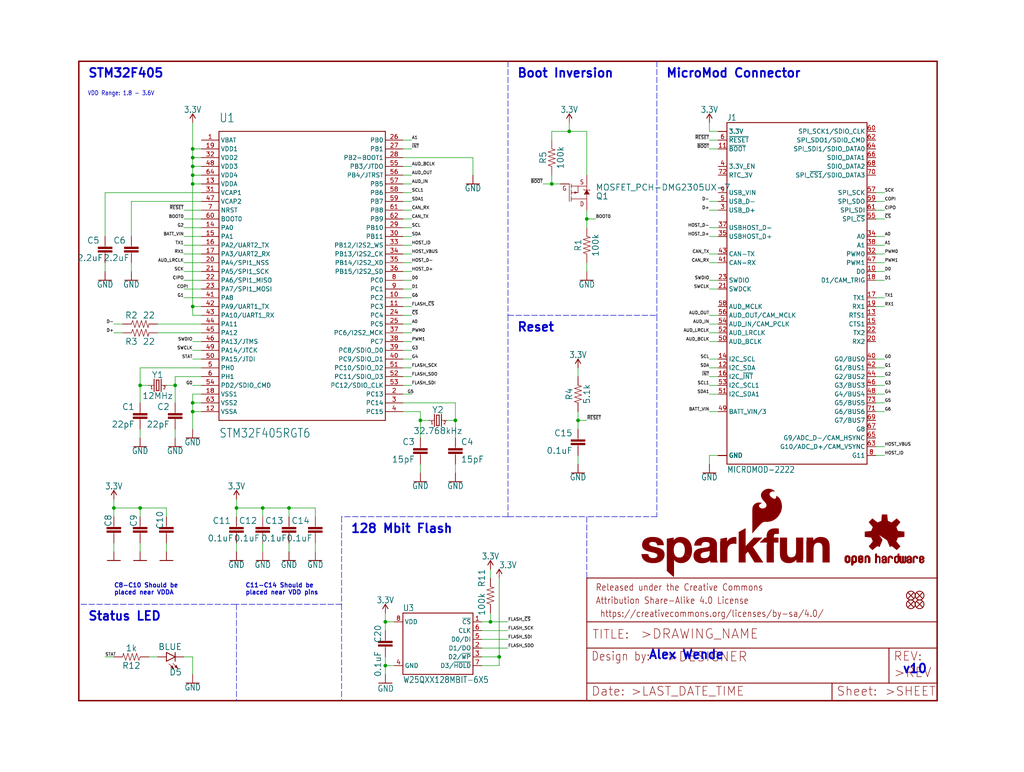
<source format=kicad_sch>
(kicad_sch (version 20211123) (generator eeschema)
  (paper "User" 297.002 223.926)
  (lib_symbols
    (symbol "eagleSchem-eagle-import:0.1UF-0402T-10V-10%-X7R"
      (property "Reference" "C" (at 1.524 2.921 0))
      (property "Value" "0.1UF-0402T-10V-10%-X7R" (at 1.524 -2.159 0))
      (symbol "0.1UF-0402T-10V-10%-X7R_1_0"
        (pin passive line (at 0 5.08 270) (length 2.54) (name "1") (number "1"))
        (pin passive line (at 0 -2.54 90) (length 2.54) (name "2") (number "2"))
      )
    )
    (symbol "eagleSchem-eagle-import:1.0UF-0402T-16V-10%"
      (property "Reference" "C" (at 1.524 2.921 0))
      (property "Value" "1.0UF-0402T-16V-10%" (at 1.524 -2.159 0))
      (symbol "1.0UF-0402T-16V-10%_1_0"
        (pin passive line (at 0 5.08 270) (length 2.54) (name "1") (number "1"))
        (pin passive line (at 0 -2.54 90) (length 2.54) (name "2") (number "2"))
      )
    )
    (symbol "eagleSchem-eagle-import:100KOHM-0402T-1{slash}16W-1%"
      (property "Reference" "R" (at 0 1.524 0))
      (property "Value" "100KOHM-0402T-1{slash}16W-1%" (at 0 -1.524 0))
      (symbol "100KOHM-0402T-1{slash}16W-1%_1_0"
        (pin passive line (at -5.08 0 0) (length 2.54) (name "1") (number "1"))
        (pin passive line (at 5.08 0 180) (length 2.54) (name "2") (number "2"))
      )
    )
    (symbol "eagleSchem-eagle-import:15PF-0402T-50V-5%"
      (property "Reference" "C" (at 1.524 2.921 0))
      (property "Value" "15PF-0402T-50V-5%" (at 1.524 -2.159 0))
      (symbol "15PF-0402T-50V-5%_1_0"
        (pin passive line (at 0 5.08 270) (length 2.54) (name "1") (number "1"))
        (pin passive line (at 0 -2.54 90) (length 2.54) (name "2") (number "2"))
      )
    )
    (symbol "eagleSchem-eagle-import:1KOHM-0402T-1{slash}16W-1%"
      (property "Reference" "R" (at 0 1.524 0))
      (property "Value" "1KOHM-0402T-1{slash}16W-1%" (at 0 -1.524 0))
      (symbol "1KOHM-0402T-1{slash}16W-1%_1_0"
        (pin passive line (at -5.08 0 0) (length 2.54) (name "1") (number "1"))
        (pin passive line (at 5.08 0 180) (length 2.54) (name "2") (number "2"))
      )
    )
    (symbol "eagleSchem-eagle-import:2.2UF-0402_TIGHT-10V-10%-X5R"
      (property "Reference" "C" (at 1.524 2.921 0))
      (property "Value" "2.2UF-0402_TIGHT-10V-10%-X5R" (at 1.524 -2.159 0))
      (symbol "2.2UF-0402_TIGHT-10V-10%-X5R_1_0"
        (pin passive line (at 0 5.08 270) (length 2.54) (name "1") (number "1"))
        (pin passive line (at 0 -2.54 90) (length 2.54) (name "2") (number "2"))
      )
    )
    (symbol "eagleSchem-eagle-import:22OHM-0402T-1{slash}16W-1%"
      (property "Reference" "R" (at 0 1.524 0))
      (property "Value" "22OHM-0402T-1{slash}16W-1%" (at 0 -1.524 0))
      (symbol "22OHM-0402T-1{slash}16W-1%_1_0"
        (pin passive line (at -5.08 0 0) (length 2.54) (name "1") (number "1"))
        (pin passive line (at 5.08 0 180) (length 2.54) (name "2") (number "2"))
      )
    )
    (symbol "eagleSchem-eagle-import:22PF-0402T-16V-10%"
      (property "Reference" "C" (at 1.524 2.921 0))
      (property "Value" "22PF-0402T-16V-10%" (at 1.524 -2.159 0))
      (symbol "22PF-0402T-16V-10%_1_0"
        (pin passive line (at 0 5.08 270) (length 2.54) (name "1") (number "1"))
        (pin passive line (at 0 -2.54 90) (length 2.54) (name "2") (number "2"))
      )
    )
    (symbol "eagleSchem-eagle-import:3.3V" (power)
      (property "Value" "3.3V" (at 0 2.794 0))
      (symbol "3.3V_1_0"
        (pin power_in line (at 0 0 90) (length 2.54) (name "3.3V") (number "1"))
      )
    )
    (symbol "eagleSchem-eagle-import:4.7UF-0402_TIGHT-6.3V-20%-X5R"
      (property "Reference" "C" (at 1.524 2.921 0))
      (property "Value" "4.7UF-0402_TIGHT-6.3V-20%-X5R" (at 1.524 -2.159 0))
      (symbol "4.7UF-0402_TIGHT-6.3V-20%-X5R_1_0"
        (pin passive line (at 0 5.08 270) (length 2.54) (name "1") (number "1"))
        (pin passive line (at 0 -2.54 90) (length 2.54) (name "2") (number "2"))
      )
    )
    (symbol "eagleSchem-eagle-import:5.1KOHM-0402T-1{slash}16W-1%"
      (property "Reference" "R" (at 0 1.524 0))
      (property "Value" "5.1KOHM-0402T-1{slash}16W-1%" (at 0 -1.524 0))
      (symbol "5.1KOHM-0402T-1{slash}16W-1%_1_0"
        (pin passive line (at -5.08 0 0) (length 2.54) (name "1") (number "1"))
        (pin passive line (at 5.08 0 180) (length 2.54) (name "2") (number "2"))
      )
    )
    (symbol "eagleSchem-eagle-import:CRYSTAL-12MHZ{dblquote}"
      (property "Reference" "Y" (at 0 2.032 0))
      (property "Value" "CRYSTAL-12MHZ{dblquote}" (at 0 -2.032 0))
      (symbol "CRYSTAL-12MHZ{dblquote}_1_0"
        (text "1" (at -2.159 -1.143 0) (effects (font (size 0.8636 0.734)) (justify left bottom)))
        (text "2" (at 1.524 -1.143 0) (effects (font (size 0.8636 0.734)) (justify left bottom)))
        (pin passive line (at -2.54 0 0) (length 0) (name "1") (number "1"))
        (pin passive line (at 2.54 0 180) (length 0) (name "2") (number "3"))
      )
    )
    (symbol "eagleSchem-eagle-import:CRYSTAL-32.768KHZSMD-3.2X1.5"
      (property "Reference" "Y" (at 0 2.032 0))
      (property "Value" "CRYSTAL-32.768KHZSMD-3.2X1.5" (at 0 -2.032 0))
      (symbol "CRYSTAL-32.768KHZSMD-3.2X1.5_1_0"
        (text "1" (at -2.159 -1.143 0) (effects (font (size 0.8636 0.734)) (justify left bottom)))
        (text "2" (at 1.524 -1.143 0) (effects (font (size 0.8636 0.734)) (justify left bottom)))
        (pin passive line (at -2.54 0 0) (length 0) (name "1") (number "P$1"))
        (pin passive line (at 2.54 0 180) (length 0) (name "2") (number "P$2"))
      )
    )
    (symbol "eagleSchem-eagle-import:FIDUCIALUFIDUCIAL")
    (symbol "eagleSchem-eagle-import:FRAME-LETTER"
      (symbol "FRAME-LETTER_2_0"
        (text " https://creativecommons.org/licenses/by-sa/4.0/" (at 2.54 24.13 0) (effects (font (size 1.9304 1.6408)) (justify left bottom)))
        (text ">DESIGNER" (at 23.114 11.176 0) (effects (font (size 2.7432 2.7432)) (justify left bottom)))
        (text ">DRAWING_NAME" (at 15.494 17.78 0) (effects (font (size 2.7432 2.7432)) (justify left bottom)))
        (text ">LAST_DATE_TIME" (at 12.7 1.27 0) (effects (font (size 2.54 2.54)) (justify left bottom)))
        (text ">REV" (at 88.9 6.604 0) (effects (font (size 2.7432 2.7432)) (justify left bottom)))
        (text ">SHEET" (at 86.36 1.27 0) (effects (font (size 2.54 2.54)) (justify left bottom)))
        (text "Attribution Share-Alike 4.0 License" (at 2.54 27.94 0) (effects (font (size 1.9304 1.6408)) (justify left bottom)))
        (text "Date:" (at 1.27 1.27 0) (effects (font (size 2.54 2.54)) (justify left bottom)))
        (text "Design by:" (at 1.27 11.43 0) (effects (font (size 2.54 2.159)) (justify left bottom)))
        (text "Released under the Creative Commons" (at 2.54 31.75 0) (effects (font (size 1.9304 1.6408)) (justify left bottom)))
        (text "REV:" (at 88.9 11.43 0) (effects (font (size 2.54 2.54)) (justify left bottom)))
        (text "Sheet:" (at 72.39 1.27 0) (effects (font (size 2.54 2.54)) (justify left bottom)))
        (text "TITLE:" (at 1.524 17.78 0) (effects (font (size 2.54 2.54)) (justify left bottom)))
      )
    )
    (symbol "eagleSchem-eagle-import:GND" (power)
      (property "Value" "GND" (at 0 -0.254 0))
      (symbol "GND_1_0"
        (pin power_in line (at 0 2.54 270) (length 2.54) (name "GND") (number "1"))
      )
    )
    (symbol "eagleSchem-eagle-import:LED-BLUE0603"
      (property "Reference" "D" (at -3.429 -4.572 90))
      (property "Value" "LED-BLUE0603" (at 1.905 -4.572 90))
      (symbol "LED-BLUE0603_1_0"
        (pin passive line (at 0 2.54 270) (length 2.54) (name "A") (number "A"))
        (pin passive line (at 0 -5.08 90) (length 2.54) (name "C") (number "C"))
      )
    )
    (symbol "eagleSchem-eagle-import:MICROMOD-2222"
      (property "Reference" "J" (at -20.32 53.848 0))
      (property "Value" "MICROMOD-2222" (at -20.32 -48.26 0))
      (symbol "MICROMOD-2222_1_0"
        (pin bidirectional line (at -22.86 -43.18 0) (length 2.54) (name "GND") (number "1"))
        (pin bidirectional line (at 22.86 10.16 180) (length 2.54) (name "D0") (number "10"))
        (pin bidirectional line (at -22.86 45.72 0) (length 2.54) (name "~{BOOT}") (number "11"))
        (pin bidirectional line (at -22.86 -17.78 0) (length 2.54) (name "I2C_SDA") (number "12"))
        (pin bidirectional line (at 22.86 -2.54 180) (length 2.54) (name "RTS1") (number "13"))
        (pin bidirectional line (at -22.86 -15.24 0) (length 2.54) (name "I2C_SCL") (number "14"))
        (pin bidirectional line (at 22.86 -5.08 180) (length 2.54) (name "CTS1") (number "15"))
        (pin bidirectional line (at -22.86 -20.32 0) (length 2.54) (name "I2C_~{INT}") (number "16"))
        (pin bidirectional line (at 22.86 2.54 180) (length 2.54) (name "TX1") (number "17"))
        (pin bidirectional line (at 22.86 7.62 180) (length 2.54) (name "D1/CAM_TRIG") (number "18"))
        (pin bidirectional line (at 22.86 0 180) (length 2.54) (name "RX1") (number "19"))
        (pin bidirectional line (at -22.86 50.8 0) (length 2.54) (name "3.3V") (number "2"))
        (pin bidirectional line (at 22.86 -10.16 180) (length 2.54) (name "RX2") (number "20"))
        (pin bidirectional line (at -22.86 5.08 0) (length 2.54) (name "SWDCK") (number "21"))
        (pin bidirectional line (at 22.86 -7.62 180) (length 2.54) (name "TX2") (number "22"))
        (pin bidirectional line (at -22.86 7.62 0) (length 2.54) (name "SWDIO") (number "23"))
        (pin bidirectional line (at -22.86 27.94 0) (length 2.54) (name "USB_D+") (number "3"))
        (pin bidirectional line (at 22.86 15.24 180) (length 2.54) (name "PWM0") (number "32"))
        (pin bidirectional line (at -22.86 -43.18 0) (length 2.54) (name "GND") (number "33"))
        (pin bidirectional line (at 22.86 20.32 180) (length 2.54) (name "A0") (number "34"))
        (pin bidirectional line (at -22.86 20.32 0) (length 2.54) (name "USBHOST_D+") (number "35"))
        (pin bidirectional line (at -22.86 -43.18 0) (length 2.54) (name "GND") (number "36"))
        (pin bidirectional line (at -22.86 22.86 0) (length 2.54) (name "USBHOST_D-") (number "37"))
        (pin bidirectional line (at 22.86 17.78 180) (length 2.54) (name "A1") (number "38"))
        (pin bidirectional line (at -22.86 -43.18 0) (length 2.54) (name "GND") (number "39"))
        (pin bidirectional line (at -22.86 40.64 0) (length 2.54) (name "3.3V_EN") (number "4"))
        (pin bidirectional line (at 22.86 -15.24 180) (length 2.54) (name "G0/BUS0") (number "40"))
        (pin bidirectional line (at -22.86 12.7 0) (length 2.54) (name "CAN-RX") (number "41"))
        (pin bidirectional line (at 22.86 -17.78 180) (length 2.54) (name "G1/BUS1") (number "42"))
        (pin bidirectional line (at -22.86 15.24 0) (length 2.54) (name "CAN-TX") (number "43"))
        (pin bidirectional line (at 22.86 -20.32 180) (length 2.54) (name "G2/BUS2") (number "44"))
        (pin bidirectional line (at -22.86 -43.18 0) (length 2.54) (name "GND") (number "45"))
        (pin bidirectional line (at 22.86 -22.86 180) (length 2.54) (name "G3/BUS3") (number "46"))
        (pin bidirectional line (at 22.86 12.7 180) (length 2.54) (name "PWM1") (number "47"))
        (pin bidirectional line (at 22.86 -25.4 180) (length 2.54) (name "G4/BUS4") (number "48"))
        (pin bidirectional line (at -22.86 -30.48 0) (length 2.54) (name "BATT_VIN/3") (number "49"))
        (pin bidirectional line (at -22.86 30.48 0) (length 2.54) (name "USB_D-") (number "5"))
        (pin bidirectional line (at -22.86 -10.16 0) (length 2.54) (name "AUD_BCLK") (number "50"))
        (pin bidirectional line (at -22.86 -25.4 0) (length 2.54) (name "I2C_SDA1") (number "51"))
        (pin bidirectional line (at -22.86 -7.62 0) (length 2.54) (name "AUD_LRCLK") (number "52"))
        (pin bidirectional line (at -22.86 -22.86 0) (length 2.54) (name "I2C_SCL1") (number "53"))
        (pin bidirectional line (at -22.86 -5.08 0) (length 2.54) (name "AUD_IN/CAM_PCLK") (number "54"))
        (pin bidirectional line (at 22.86 25.4 180) (length 2.54) (name "SPI_~{CS}") (number "55"))
        (pin bidirectional line (at -22.86 -2.54 0) (length 2.54) (name "AUD_OUT/CAM_MCLK") (number "56"))
        (pin bidirectional line (at 22.86 33.02 180) (length 2.54) (name "SPI_SCK") (number "57"))
        (pin bidirectional line (at -22.86 0 0) (length 2.54) (name "AUD_MCLK") (number "58"))
        (pin bidirectional line (at 22.86 30.48 180) (length 2.54) (name "SPI_SDO") (number "59"))
        (pin bidirectional line (at -22.86 48.26 0) (length 2.54) (name "~{RESET}") (number "6"))
        (pin bidirectional line (at 22.86 50.8 180) (length 2.54) (name "SPI_SCK1/SDIO_CLK") (number "60"))
        (pin bidirectional line (at 22.86 27.94 180) (length 2.54) (name "SPI_SDI") (number "61"))
        (pin bidirectional line (at 22.86 48.26 180) (length 2.54) (name "SPI_SDO1/SDIO_CMD") (number "62"))
        (pin bidirectional line (at 22.86 -40.64 180) (length 2.54) (name "G10/ADC_D+/CAM_VSYNC") (number "63"))
        (pin bidirectional line (at 22.86 45.72 180) (length 2.54) (name "SPI_SDI1/SDIO_DATA0") (number "64"))
        (pin bidirectional line (at 22.86 -38.1 180) (length 2.54) (name "G9/ADC_D-/CAM_HSYNC") (number "65"))
        (pin bidirectional line (at 22.86 43.18 180) (length 2.54) (name "SDIO_DATA1") (number "66"))
        (pin bidirectional line (at 22.86 -35.56 180) (length 2.54) (name "G8") (number "67"))
        (pin bidirectional line (at 22.86 40.64 180) (length 2.54) (name "SDIO_DATA2") (number "68"))
        (pin bidirectional line (at 22.86 -33.02 180) (length 2.54) (name "G7/BUS7") (number "69"))
        (pin bidirectional line (at -22.86 -43.18 0) (length 2.54) (name "GND") (number "7"))
        (pin bidirectional line (at 22.86 38.1 180) (length 2.54) (name "SPI_~{CS1}/SDIO_DATA3") (number "70"))
        (pin bidirectional line (at 22.86 -30.48 180) (length 2.54) (name "G6/BUS6") (number "71"))
        (pin bidirectional line (at -22.86 38.1 0) (length 2.54) (name "RTC_3V") (number "72"))
        (pin bidirectional line (at 22.86 -27.94 180) (length 2.54) (name "G5/BUS5") (number "73"))
        (pin bidirectional line (at -22.86 50.8 0) (length 2.54) (name "3.3V") (number "74"))
        (pin bidirectional line (at -22.86 -43.18 0) (length 2.54) (name "GND") (number "75"))
        (pin bidirectional line (at 22.86 -43.18 180) (length 2.54) (name "G11") (number "8"))
        (pin bidirectional line (at -22.86 33.02 0) (length 2.54) (name "USB_VIN") (number "9"))
        (pin bidirectional line (at -22.86 -43.18 0) (length 2.54) (name "GND") (number "GND1"))
        (pin bidirectional line (at -22.86 -43.18 0) (length 2.54) (name "GND") (number "GND2"))
        (pin bidirectional line (at -22.86 -43.18 0) (length 2.54) (name "GND") (number "GND3"))
      )
    )
    (symbol "eagleSchem-eagle-import:MOSFET_PCH-DMG2305UX-7"
      (property "Reference" "Q" (at 5.08 0 0))
      (property "Value" "MOSFET_PCH-DMG2305UX-7" (at 5.08 -2.54 0))
      (symbol "MOSFET_PCH-DMG2305UX-7_1_0"
        (text "D" (at 0.508 2.54 0) (effects (font (size 1.27 1.0795)) (justify left bottom)))
        (text "G" (at -3.302 -0.508 0) (effects (font (size 1.27 1.0795)) (justify right top)))
        (text "S" (at 0.508 -3.81 0) (effects (font (size 1.27 1.0795)) (justify left bottom)))
        (pin bidirectional line (at -5.08 -2.54 0) (length 2.54) (name "G") (number "1"))
        (pin bidirectional line (at 2.54 -5.08 90) (length 2.54) (name "S") (number "2"))
        (pin bidirectional line (at 2.54 5.08 270) (length 2.54) (name "D") (number "3"))
      )
    )
    (symbol "eagleSchem-eagle-import:OSHW-LOGOS")
    (symbol "eagleSchem-eagle-import:SFE_LOGO_NAME_FLAME.1_INCH")
    (symbol "eagleSchem-eagle-import:STM32F405RG"
      (property "Reference" "U" (at -22.86 40.64 0))
      (property "Value" "STM32F405RG" (at -22.86 -50.8 0))
      (symbol "STM32F405RG_1_0"
        (pin bidirectional line (at -27.94 35.56 0) (length 5.08) (name "VBAT") (number "1"))
        (pin bidirectional line (at 30.48 -10.16 180) (length 5.08) (name "PC2") (number "10"))
        (pin bidirectional line (at 30.48 -12.7 180) (length 5.08) (name "PC3") (number "11"))
        (pin bidirectional line (at -27.94 -43.18 0) (length 5.08) (name "VSSA") (number "12"))
        (pin bidirectional line (at -27.94 22.86 0) (length 5.08) (name "VDDA") (number "13"))
        (pin bidirectional line (at -27.94 10.16 0) (length 5.08) (name "PA0") (number "14"))
        (pin bidirectional line (at -27.94 7.62 0) (length 5.08) (name "PA1") (number "15"))
        (pin bidirectional line (at -27.94 5.08 0) (length 5.08) (name "PA2/UART2_TX") (number "16"))
        (pin bidirectional line (at -27.94 2.54 0) (length 5.08) (name "PA3/UART2_RX") (number "17"))
        (pin bidirectional line (at -27.94 -38.1 0) (length 5.08) (name "VSS1") (number "18"))
        (pin bidirectional line (at -27.94 33.02 0) (length 5.08) (name "VDD1") (number "19"))
        (pin bidirectional line (at 30.48 -38.1 180) (length 5.08) (name "PC13") (number "2"))
        (pin bidirectional line (at -27.94 0 0) (length 5.08) (name "PA4/SPI1_NSS") (number "20"))
        (pin bidirectional line (at -27.94 -2.54 0) (length 5.08) (name "PA5/SPI1_SCK") (number "21"))
        (pin bidirectional line (at -27.94 -5.08 0) (length 5.08) (name "PA6/SPI1_MISO") (number "22"))
        (pin bidirectional line (at -27.94 -7.62 0) (length 5.08) (name "PA7/SPI1_MOSI") (number "23"))
        (pin bidirectional line (at 30.48 -15.24 180) (length 5.08) (name "PC4") (number "24"))
        (pin bidirectional line (at 30.48 -17.78 180) (length 5.08) (name "PC5") (number "25"))
        (pin bidirectional line (at 30.48 35.56 180) (length 5.08) (name "PB0") (number "26"))
        (pin bidirectional line (at 30.48 33.02 180) (length 5.08) (name "PB1") (number "27"))
        (pin bidirectional line (at 30.48 30.48 180) (length 5.08) (name "PB2-BOOT1") (number "28"))
        (pin bidirectional line (at 30.48 10.16 180) (length 5.08) (name "PB10") (number "29"))
        (pin bidirectional line (at 30.48 -40.64 180) (length 5.08) (name "PC14") (number "3"))
        (pin bidirectional line (at 30.48 7.62 180) (length 5.08) (name "PB11") (number "30"))
        (pin bidirectional line (at -27.94 20.32 0) (length 5.08) (name "VCAP1") (number "31"))
        (pin bidirectional line (at -27.94 30.48 0) (length 5.08) (name "VDD2") (number "32"))
        (pin bidirectional line (at 30.48 5.08 180) (length 5.08) (name "PB12/I2S2_WS") (number "33"))
        (pin bidirectional line (at 30.48 2.54 180) (length 5.08) (name "PB13/I2S2_CK") (number "34"))
        (pin bidirectional line (at 30.48 0 180) (length 5.08) (name "PB14/I2S2_XD") (number "35"))
        (pin bidirectional line (at 30.48 -2.54 180) (length 5.08) (name "PB15/I2S2_SD") (number "36"))
        (pin bidirectional line (at 30.48 -20.32 180) (length 5.08) (name "PC6/I2S2_MCK") (number "37"))
        (pin bidirectional line (at 30.48 -22.86 180) (length 5.08) (name "PC7") (number "38"))
        (pin bidirectional line (at 30.48 -25.4 180) (length 5.08) (name "PC8/SDIO_D0") (number "39"))
        (pin bidirectional line (at 30.48 -43.18 180) (length 5.08) (name "PC15") (number "4"))
        (pin bidirectional line (at 30.48 -27.94 180) (length 5.08) (name "PC9/SDIO_D1") (number "40"))
        (pin bidirectional line (at -27.94 -10.16 0) (length 5.08) (name "PA8") (number "41"))
        (pin bidirectional line (at -27.94 -12.7 0) (length 5.08) (name "PA9/UART1_TX") (number "42"))
        (pin bidirectional line (at -27.94 -15.24 0) (length 5.08) (name "PA10/UART1_RX") (number "43"))
        (pin bidirectional line (at -27.94 -17.78 0) (length 5.08) (name "PA11") (number "44"))
        (pin bidirectional line (at -27.94 -20.32 0) (length 5.08) (name "PA12") (number "45"))
        (pin bidirectional line (at -27.94 -22.86 0) (length 5.08) (name "PA13/JTMS") (number "46"))
        (pin bidirectional line (at -27.94 17.78 0) (length 5.08) (name "VCAP2") (number "47"))
        (pin bidirectional line (at -27.94 27.94 0) (length 5.08) (name "VDD3") (number "48"))
        (pin bidirectional line (at -27.94 -25.4 0) (length 5.08) (name "PA14/JTCK") (number "49"))
        (pin bidirectional line (at -27.94 -30.48 0) (length 5.08) (name "PH0") (number "5"))
        (pin bidirectional line (at -27.94 -27.94 0) (length 5.08) (name "PA15/JTDI") (number "50"))
        (pin bidirectional line (at 30.48 -30.48 180) (length 5.08) (name "PC10/SDIO_D2") (number "51"))
        (pin bidirectional line (at 30.48 -33.02 180) (length 5.08) (name "PC11/SDIO_D3") (number "52"))
        (pin bidirectional line (at 30.48 -35.56 180) (length 5.08) (name "PC12/SDIO_CLK") (number "53"))
        (pin bidirectional line (at -27.94 -35.56 0) (length 5.08) (name "PD2/SDIO_CMD") (number "54"))
        (pin bidirectional line (at 30.48 27.94 180) (length 5.08) (name "PB3/JTDO") (number "55"))
        (pin bidirectional line (at 30.48 25.4 180) (length 5.08) (name "PB4/JTRST") (number "56"))
        (pin bidirectional line (at 30.48 22.86 180) (length 5.08) (name "PB5") (number "57"))
        (pin bidirectional line (at 30.48 20.32 180) (length 5.08) (name "PB6") (number "58"))
        (pin bidirectional line (at 30.48 17.78 180) (length 5.08) (name "PB7") (number "59"))
        (pin bidirectional line (at -27.94 -33.02 0) (length 5.08) (name "PH1") (number "6"))
        (pin bidirectional line (at -27.94 12.7 0) (length 5.08) (name "BOOT0") (number "60"))
        (pin bidirectional line (at 30.48 15.24 180) (length 5.08) (name "PB8") (number "61"))
        (pin bidirectional line (at 30.48 12.7 180) (length 5.08) (name "PB9") (number "62"))
        (pin bidirectional line (at -27.94 -40.64 0) (length 5.08) (name "VSS2") (number "63"))
        (pin bidirectional line (at -27.94 25.4 0) (length 5.08) (name "VDD4") (number "64"))
        (pin bidirectional line (at -27.94 15.24 0) (length 5.08) (name "NRST") (number "7"))
        (pin bidirectional line (at 30.48 -5.08 180) (length 5.08) (name "PC0") (number "8"))
        (pin bidirectional line (at 30.48 -7.62 180) (length 5.08) (name "PC1") (number "9"))
      )
    )
    (symbol "eagleSchem-eagle-import:W25QXX128MBIT-6X5"
      (property "Reference" "U" (at -10.16 8.128 0))
      (property "Value" "W25QXX128MBIT-6X5" (at -10.16 -12.7 0))
      (symbol "W25QXX128MBIT-6X5_1_0"
        (pin bidirectional line (at 12.7 5.08 180) (length 2.54) (name "~{CS}") (number "1"))
        (pin bidirectional line (at 12.7 -2.54 180) (length 2.54) (name "D1/DO") (number "2"))
        (pin bidirectional line (at 12.7 -5.08 180) (length 2.54) (name "D2/~{WP}") (number "3"))
        (pin bidirectional line (at -12.7 -7.62 0) (length 2.54) (name "GND") (number "4"))
        (pin bidirectional line (at 12.7 0 180) (length 2.54) (name "D0/DI") (number "5"))
        (pin bidirectional line (at 12.7 2.54 180) (length 2.54) (name "CLK") (number "6"))
        (pin bidirectional line (at 12.7 -7.62 180) (length 2.54) (name "D3/~{HOLD}") (number "7"))
        (pin bidirectional line (at -12.7 5.08 0) (length 2.54) (name "VDD") (number "8"))
      )
    )
  )
  (junction (at 55.88 53.34))
  (junction (at 121.92 121.92))
  (junction (at 33.02 147.32))
  (junction (at 111.76 193.04))
  (junction (at 55.88 88.9))
  (junction (at 170.18 63.5))
  (junction (at 76.2 147.32))
  (junction (at 144.78 190.5))
  (junction (at 55.88 48.26))
  (junction (at 160.02 53.34))
  (junction (at 55.88 43.18))
  (junction (at 132.08 121.92))
  (junction (at 55.88 50.8))
  (junction (at 40.64 111.76))
  (junction (at 165.1 38.1))
  (junction (at 167.64 121.92))
  (junction (at 40.64 147.32))
  (junction (at 55.88 119.38))
  (junction (at 68.58 147.32))
  (junction (at 55.88 45.72))
  (junction (at 142.24 180.34))
  (junction (at 83.82 147.32))
  (junction (at 111.76 180.34))
  (junction (at 50.8 111.76))
  (junction (at 55.88 116.84))
  (wire (pts (xy 58.42 101.6) (xy 55.88 101.6)))
  (wire (pts (xy 116.84 114.3) (xy 119.38 114.3)))
  (wire (pts (xy 68.58 157.48) (xy 68.58 160.02)))
  (wire (pts (xy 116.84 73.66) (xy 119.38 73.66)))
  (wire (pts (xy 58.42 81.28) (xy 53.34 81.28)))
  (wire (pts (xy 208.28 66.04) (xy 205.74 66.04)))
  (wire (pts (xy 116.84 111.76) (xy 119.38 111.76)))
  (wire (pts (xy 48.26 149.86) (xy 48.26 147.32)))
  (wire (pts (xy 137.16 45.72) (xy 137.16 50.8)))
  (wire (pts (xy 55.88 116.84) (xy 55.88 119.38)))
  (wire (pts (xy 55.88 91.44) (xy 55.88 88.9)))
  (wire (pts (xy 58.42 68.58) (xy 53.34 68.58)))
  (wire (pts (xy 116.84 40.64) (xy 119.38 40.64)))
  (wire (pts (xy 116.84 91.44) (xy 119.38 91.44)))
  (polyline (pts (xy 99.06 149.86) (xy 99.06 175.26)))
  (wire (pts (xy 142.24 180.34) (xy 147.32 180.34)))
  (wire (pts (xy 58.42 99.06) (xy 55.88 99.06)))
  (wire (pts (xy 167.64 124.46) (xy 167.64 121.92)))
  (wire (pts (xy 167.64 109.22) (xy 167.64 106.68)))
  (polyline (pts (xy 190.5 91.44) (xy 190.5 149.86)))
  (wire (pts (xy 254 68.58) (xy 256.54 68.58)))
  (wire (pts (xy 208.28 38.1) (xy 205.74 38.1)))
  (wire (pts (xy 116.84 45.72) (xy 137.16 45.72)))
  (polyline (pts (xy 99.06 175.26) (xy 99.06 203.2)))
  (wire (pts (xy 58.42 45.72) (xy 55.88 45.72)))
  (wire (pts (xy 111.76 195.58) (xy 111.76 193.04)))
  (wire (pts (xy 139.7 193.04) (xy 144.78 193.04)))
  (wire (pts (xy 116.84 88.9) (xy 119.38 88.9)))
  (wire (pts (xy 58.42 78.74) (xy 53.34 78.74)))
  (wire (pts (xy 116.84 109.22) (xy 119.38 109.22)))
  (wire (pts (xy 91.44 149.86) (xy 91.44 147.32)))
  (wire (pts (xy 116.84 76.2) (xy 119.38 76.2)))
  (wire (pts (xy 58.42 96.52) (xy 45.72 96.52)))
  (wire (pts (xy 208.28 91.44) (xy 205.74 91.44)))
  (wire (pts (xy 58.42 66.04) (xy 53.34 66.04)))
  (wire (pts (xy 139.7 180.34) (xy 142.24 180.34)))
  (wire (pts (xy 208.28 119.38) (xy 205.74 119.38)))
  (wire (pts (xy 160.02 53.34) (xy 157.48 53.34)))
  (wire (pts (xy 114.3 193.04) (xy 111.76 193.04)))
  (wire (pts (xy 116.84 104.14) (xy 119.38 104.14)))
  (wire (pts (xy 254 106.68) (xy 256.54 106.68)))
  (wire (pts (xy 58.42 76.2) (xy 53.34 76.2)))
  (wire (pts (xy 116.84 66.04) (xy 119.38 66.04)))
  (wire (pts (xy 76.2 149.86) (xy 76.2 147.32)))
  (wire (pts (xy 254 116.84) (xy 256.54 116.84)))
  (wire (pts (xy 55.88 190.5) (xy 55.88 195.58)))
  (wire (pts (xy 83.82 157.48) (xy 83.82 160.02)))
  (wire (pts (xy 167.64 121.92) (xy 167.64 119.38)))
  (wire (pts (xy 170.18 50.8) (xy 170.18 38.1)))
  (wire (pts (xy 55.88 53.34) (xy 55.88 50.8)))
  (wire (pts (xy 40.64 149.86) (xy 40.64 147.32)))
  (wire (pts (xy 170.18 38.1) (xy 165.1 38.1)))
  (wire (pts (xy 35.56 96.52) (xy 33.02 96.52)))
  (wire (pts (xy 254 71.12) (xy 256.54 71.12)))
  (wire (pts (xy 43.18 111.76) (xy 40.64 111.76)))
  (wire (pts (xy 30.48 55.88) (xy 58.42 55.88)))
  (wire (pts (xy 254 114.3) (xy 256.54 114.3)))
  (wire (pts (xy 48.26 147.32) (xy 40.64 147.32)))
  (wire (pts (xy 116.84 60.96) (xy 119.38 60.96)))
  (polyline (pts (xy 99.06 175.26) (xy 68.58 175.26)))
  (polyline (pts (xy 190.5 17.78) (xy 190.5 91.44)))
  (wire (pts (xy 116.84 86.36) (xy 119.38 86.36)))
  (wire (pts (xy 58.42 43.18) (xy 55.88 43.18)))
  (wire (pts (xy 208.28 132.08) (xy 205.74 132.08)))
  (wire (pts (xy 116.84 81.28) (xy 119.38 81.28)))
  (wire (pts (xy 116.84 78.74) (xy 119.38 78.74)))
  (wire (pts (xy 254 76.2) (xy 256.54 76.2)))
  (wire (pts (xy 254 88.9) (xy 256.54 88.9)))
  (wire (pts (xy 58.42 50.8) (xy 55.88 50.8)))
  (wire (pts (xy 40.64 106.68) (xy 40.64 111.76)))
  (wire (pts (xy 170.18 63.5) (xy 172.72 63.5)))
  (wire (pts (xy 254 78.74) (xy 256.54 78.74)))
  (wire (pts (xy 83.82 149.86) (xy 83.82 147.32)))
  (wire (pts (xy 208.28 43.18) (xy 205.74 43.18)))
  (wire (pts (xy 254 119.38) (xy 256.54 119.38)))
  (wire (pts (xy 68.58 144.78) (xy 68.58 147.32)))
  (wire (pts (xy 50.8 111.76) (xy 50.8 116.84)))
  (wire (pts (xy 33.02 147.32) (xy 33.02 144.78)))
  (wire (pts (xy 116.84 101.6) (xy 119.38 101.6)))
  (wire (pts (xy 208.28 99.06) (xy 205.74 99.06)))
  (wire (pts (xy 111.76 177.8) (xy 111.76 180.34)))
  (wire (pts (xy 58.42 93.98) (xy 45.72 93.98)))
  (wire (pts (xy 58.42 109.22) (xy 50.8 109.22)))
  (wire (pts (xy 58.42 116.84) (xy 55.88 116.84)))
  (wire (pts (xy 76.2 147.32) (xy 83.82 147.32)))
  (wire (pts (xy 167.64 132.08) (xy 167.64 134.62)))
  (wire (pts (xy 254 129.54) (xy 256.54 129.54)))
  (wire (pts (xy 53.34 190.5) (xy 55.88 190.5)))
  (wire (pts (xy 83.82 147.32) (xy 91.44 147.32)))
  (wire (pts (xy 208.28 114.3) (xy 205.74 114.3)))
  (wire (pts (xy 58.42 73.66) (xy 53.34 73.66)))
  (wire (pts (xy 55.88 48.26) (xy 55.88 45.72)))
  (wire (pts (xy 55.88 104.14) (xy 58.42 104.14)))
  (wire (pts (xy 45.72 190.5) (xy 43.18 190.5)))
  (wire (pts (xy 208.28 104.14) (xy 205.74 104.14)))
  (wire (pts (xy 58.42 91.44) (xy 55.88 91.44)))
  (wire (pts (xy 116.84 106.68) (xy 119.38 106.68)))
  (wire (pts (xy 58.42 53.34) (xy 55.88 53.34)))
  (wire (pts (xy 111.76 193.04) (xy 111.76 190.5)))
  (wire (pts (xy 254 86.36) (xy 256.54 86.36)))
  (wire (pts (xy 160.02 53.34) (xy 162.56 53.34)))
  (wire (pts (xy 116.84 83.82) (xy 119.38 83.82)))
  (polyline (pts (xy 68.58 175.26) (xy 22.86 175.26)))
  (wire (pts (xy 58.42 60.96) (xy 53.34 60.96)))
  (wire (pts (xy 55.88 119.38) (xy 55.88 124.46)))
  (wire (pts (xy 132.08 116.84) (xy 132.08 121.92)))
  (wire (pts (xy 30.48 76.2) (xy 30.48 78.74)))
  (wire (pts (xy 139.7 182.88) (xy 147.32 182.88)))
  (wire (pts (xy 116.84 96.52) (xy 119.38 96.52)))
  (wire (pts (xy 58.42 88.9) (xy 55.88 88.9)))
  (wire (pts (xy 38.1 58.42) (xy 58.42 58.42)))
  (wire (pts (xy 38.1 68.58) (xy 38.1 58.42)))
  (wire (pts (xy 68.58 147.32) (xy 76.2 147.32)))
  (wire (pts (xy 129.54 121.92) (xy 132.08 121.92)))
  (polyline (pts (xy 68.58 175.26) (xy 68.58 203.2)))
  (wire (pts (xy 55.88 88.9) (xy 55.88 53.34)))
  (wire (pts (xy 167.64 121.92) (xy 170.18 121.92)))
  (wire (pts (xy 144.78 190.5) (xy 144.78 167.64)))
  (wire (pts (xy 55.88 50.8) (xy 55.88 48.26)))
  (wire (pts (xy 33.02 157.48) (xy 33.02 160.02)))
  (wire (pts (xy 208.28 111.76) (xy 205.74 111.76)))
  (wire (pts (xy 40.64 157.48) (xy 40.64 160.02)))
  (wire (pts (xy 132.08 121.92) (xy 132.08 127)))
  (wire (pts (xy 142.24 167.64) (xy 142.24 165.1)))
  (wire (pts (xy 205.74 38.1) (xy 205.74 35.56)))
  (wire (pts (xy 30.48 68.58) (xy 30.48 55.88)))
  (wire (pts (xy 111.76 182.88) (xy 111.76 180.34)))
  (wire (pts (xy 116.84 48.26) (xy 119.38 48.26)))
  (wire (pts (xy 208.28 73.66) (xy 205.74 73.66)))
  (wire (pts (xy 254 111.76) (xy 256.54 111.76)))
  (wire (pts (xy 121.92 134.62) (xy 121.92 137.16)))
  (wire (pts (xy 116.84 55.88) (xy 119.38 55.88)))
  (wire (pts (xy 40.64 111.76) (xy 40.64 116.84)))
  (wire (pts (xy 116.84 71.12) (xy 119.38 71.12)))
  (wire (pts (xy 121.92 121.92) (xy 121.92 127)))
  (wire (pts (xy 116.84 53.34) (xy 119.38 53.34)))
  (wire (pts (xy 55.88 43.18) (xy 55.88 35.56)))
  (wire (pts (xy 208.28 68.58) (xy 205.74 68.58)))
  (wire (pts (xy 208.28 93.98) (xy 205.74 93.98)))
  (wire (pts (xy 50.8 109.22) (xy 50.8 111.76)))
  (wire (pts (xy 50.8 124.46) (xy 50.8 127)))
  (wire (pts (xy 58.42 106.68) (xy 40.64 106.68)))
  (wire (pts (xy 33.02 149.86) (xy 33.02 147.32)))
  (wire (pts (xy 132.08 134.62) (xy 132.08 137.16)))
  (wire (pts (xy 58.42 119.38) (xy 55.88 119.38)))
  (polyline (pts (xy 147.32 149.86) (xy 99.06 149.86)))
  (wire (pts (xy 160.02 50.8) (xy 160.02 53.34)))
  (polyline (pts (xy 147.32 91.44) (xy 190.5 91.44)))
  (wire (pts (xy 116.84 58.42) (xy 119.38 58.42)))
  (polyline (pts (xy 170.18 149.86) (xy 170.18 167.64)))
  (wire (pts (xy 48.26 111.76) (xy 50.8 111.76)))
  (wire (pts (xy 116.84 99.06) (xy 119.38 99.06)))
  (wire (pts (xy 116.84 116.84) (xy 132.08 116.84)))
  (wire (pts (xy 33.02 190.5) (xy 30.48 190.5)))
  (wire (pts (xy 208.28 83.82) (xy 205.74 83.82)))
  (wire (pts (xy 170.18 60.96) (xy 170.18 63.5)))
  (wire (pts (xy 208.28 106.68) (xy 205.74 106.68)))
  (wire (pts (xy 68.58 149.86) (xy 68.58 147.32)))
  (wire (pts (xy 170.18 76.2) (xy 170.18 78.74)))
  (wire (pts (xy 139.7 190.5) (xy 144.78 190.5)))
  (wire (pts (xy 254 81.28) (xy 256.54 81.28)))
  (wire (pts (xy 208.28 60.96) (xy 205.74 60.96)))
  (wire (pts (xy 254 104.14) (xy 256.54 104.14)))
  (wire (pts (xy 165.1 38.1) (xy 165.1 35.56)))
  (wire (pts (xy 124.46 121.92) (xy 121.92 121.92)))
  (wire (pts (xy 254 109.22) (xy 256.54 109.22)))
  (wire (pts (xy 160.02 38.1) (xy 160.02 40.64)))
  (wire (pts (xy 58.42 86.36) (xy 53.34 86.36)))
  (wire (pts (xy 116.84 50.8) (xy 119.38 50.8)))
  (wire (pts (xy 208.28 58.42) (xy 205.74 58.42)))
  (wire (pts (xy 116.84 93.98) (xy 119.38 93.98)))
  (polyline (pts (xy 147.32 17.78) (xy 147.32 91.44)))
  (wire (pts (xy 205.74 132.08) (xy 205.74 134.62)))
  (polyline (pts (xy 190.5 149.86) (xy 170.18 149.86)))
  (wire (pts (xy 208.28 81.28) (xy 205.74 81.28)))
  (polyline (pts (xy 147.32 91.44) (xy 147.32 149.86)))
  (wire (pts (xy 165.1 38.1) (xy 160.02 38.1)))
  (wire (pts (xy 40.64 147.32) (xy 33.02 147.32)))
  (wire (pts (xy 254 60.96) (xy 256.54 60.96)))
  (wire (pts (xy 58.42 48.26) (xy 55.88 48.26)))
  (wire (pts (xy 55.88 45.72) (xy 55.88 43.18)))
  (wire (pts (xy 58.42 111.76) (xy 55.88 111.76)))
  (wire (pts (xy 116.84 119.38) (xy 121.92 119.38)))
  (wire (pts (xy 76.2 157.48) (xy 76.2 160.02)))
  (wire (pts (xy 208.28 96.52) (xy 205.74 96.52)))
  (wire (pts (xy 254 55.88) (xy 256.54 55.88)))
  (wire (pts (xy 208.28 40.64) (xy 205.74 40.64)))
  (wire (pts (xy 58.42 114.3) (xy 55.88 114.3)))
  (wire (pts (xy 91.44 157.48) (xy 91.44 160.02)))
  (wire (pts (xy 121.92 119.38) (xy 121.92 121.92)))
  (wire (pts (xy 170.18 66.04) (xy 170.18 63.5)))
  (wire (pts (xy 254 63.5) (xy 256.54 63.5)))
  (wire (pts (xy 40.64 124.46) (xy 40.64 127)))
  (wire (pts (xy 58.42 71.12) (xy 53.34 71.12)))
  (wire (pts (xy 58.42 63.5) (xy 53.34 63.5)))
  (wire (pts (xy 48.26 157.48) (xy 48.26 160.02)))
  (wire (pts (xy 35.56 93.98) (xy 33.02 93.98)))
  (wire (pts (xy 116.84 68.58) (xy 119.38 68.58)))
  (wire (pts (xy 38.1 76.2) (xy 38.1 78.74)))
  (wire (pts (xy 142.24 177.8) (xy 142.24 180.34)))
  (polyline (pts (xy 147.32 149.86) (xy 170.18 149.86)))
  (wire (pts (xy 139.7 185.42) (xy 147.32 185.42)))
  (wire (pts (xy 116.84 63.5) (xy 119.38 63.5)))
  (wire (pts (xy 139.7 187.96) (xy 147.32 187.96)))
  (wire (pts (xy 58.42 83.82) (xy 53.34 83.82)))
  (wire (pts (xy 144.78 193.04) (xy 144.78 190.5)))
  (wire (pts (xy 114.3 180.34) (xy 111.76 180.34)))
  (wire (pts (xy 208.28 109.22) (xy 205.74 109.22)))
  (wire (pts (xy 254 58.42) (xy 256.54 58.42)))
  (wire (pts (xy 208.28 76.2) (xy 205.74 76.2)))
  (wire (pts (xy 55.88 114.3) (xy 55.88 116.84)))
  (wire (pts (xy 254 73.66) (xy 256.54 73.66)))
  (wire (pts (xy 254 132.08) (xy 256.54 132.08)))
  (wire (pts (xy 116.84 43.18) (xy 119.38 43.18)))
  (text "Boot Inversion" (at 149.86 22.86 180) (effects (font (size 2.54 2.54) (thickness 0.508) bold) (justify left bottom)))
  (text "Alex Wende" (at 187.96 191.516 180) (effects (font (size 2.54 2.54) (thickness 0.508) bold) (justify left bottom)))
  (text "Status LED" (at 25.4 180.34 180) (effects (font (size 2.54 2.54) (thickness 0.508) bold) (justify left bottom)))
  (text "v10" (at 261.62 195.58 180) (effects (font (size 2.54 2.54) (thickness 0.508) bold) (justify left bottom)))
  (text "C8-C10 Should be\nplaced near VDDA" (at 33.02 172.72 180) (effects (font (size 1.27 1.27) (thickness 0.254) bold) (justify left bottom)))
  (text "128 Mbit Flash" (at 101.6 154.94 180) (effects (font (size 2.54 2.54) (thickness 0.508) bold) (justify left bottom)))
  (text "STM32F405" (at 25.4 22.86 180) (effects (font (size 2.54 2.54) (thickness 0.508) bold) (justify left bottom)))
  (text "C11-C14 Should be\nplaced near VDD pins" (at 71.12 172.72 180) (effects (font (size 1.27 1.27) (thickness 0.254) bold) (justify left bottom)))
  (text "MicroMod Connector" (at 193.04 22.86 180) (effects (font (size 2.54 2.54) (thickness 0.508) bold) (justify left bottom)))
  (text "Reset" (at 149.86 96.52 180) (effects (font (size 2.54 2.54) (thickness 0.508) bold) (justify left bottom)))
  (text "VDD Range: 1.8 - 3.6V" (at 25.4 27.94 180) (effects (font (size 1.27 1.0795)) (justify left bottom)))
  (label "HOST_D-" (at 119.38 76.2 0) (effects (font (size 0.889 0.889))))
  (label "FLASH_SDO" (at 119.38 109.22 0) (effects (font (size 0.889 0.889))))
  (label "D0" (at 256.54 78.74 0) (effects (font (size 0.889 0.889))))
  (label "SDA" (at 205.74 106.68 180) (effects (font (size 0.889 0.889))))
  (label "BOOT0" (at 53.34 63.5 180) (effects (font (size 0.889 0.889))))
  (label "SCL" (at 119.38 66.04 0) (effects (font (size 0.889 0.889))))
  (label "HOST_D+" (at 119.38 78.74 0) (effects (font (size 0.889 0.889))))
  (label "G3" (at 256.54 111.76 0) (effects (font (size 0.889 0.889))))
  (label "BOOT0" (at 172.72 63.5 0) (effects (font (size 0.889 0.889))))
  (label "COPI" (at 54.61 83.82 180) (effects (font (size 0.889 0.889))))
  (label "G2" (at 53.34 66.04 180) (effects (font (size 0.889 0.889))))
  (label "SCK" (at 256.54 55.88 0) (effects (font (size 0.889 0.889))))
  (label "SWDIO" (at 205.74 81.28 180) (effects (font (size 0.889 0.889))))
  (label "G2" (at 256.54 109.22 0) (effects (font (size 0.889 0.889))))
  (label "SWCLK" (at 55.88 101.6 180) (effects (font (size 0.889 0.889))))
  (label "D0" (at 119.38 81.28 0) (effects (font (size 0.889 0.889))))
  (label "D-" (at 205.74 58.42 180) (effects (font (size 0.889 0.889))))
  (label "AUD_OUT" (at 205.74 91.44 180) (effects (font (size 0.889 0.889))))
  (label "FLASH_~{CS}" (at 147.32 180.34 0) (effects (font (size 0.889 0.889))))
  (label "~{RESET}" (at 205.74 40.64 180) (effects (font (size 0.889 0.889))))
  (label "A1" (at 119.38 40.64 0) (effects (font (size 0.889 0.889))))
  (label "CIPO" (at 53.34 81.28 180) (effects (font (size 0.889 0.889))))
  (label "~{BOOT}" (at 205.74 43.18 180) (effects (font (size 0.889 0.889))))
  (label "SCL" (at 205.74 104.14 180) (effects (font (size 0.889 0.889))))
  (label "PWM1" (at 256.54 76.2 0) (effects (font (size 0.889 0.889))))
  (label "CAN_TX" (at 205.74 73.66 180) (effects (font (size 0.889 0.889))))
  (label "SDA" (at 119.38 68.58 0) (effects (font (size 0.889 0.889))))
  (label "D-" (at 33.02 93.98 180) (effects (font (size 0.889 0.889))))
  (label "G3" (at 119.38 101.6 0) (effects (font (size 0.889 0.889))))
  (label "RX1" (at 256.54 88.9 0) (effects (font (size 0.889 0.889))))
  (label "A1" (at 256.54 71.12 0) (effects (font (size 0.889 0.889))))
  (label "G4" (at 256.54 114.3 0) (effects (font (size 0.889 0.889))))
  (label "G6" (at 256.54 119.38 0) (effects (font (size 0.889 0.889))))
  (label "AUD_BCLK" (at 205.74 99.06 180) (effects (font (size 0.889 0.889))))
  (label "D1" (at 119.38 83.82 0) (effects (font (size 0.889 0.889))))
  (label "STAT" (at 30.48 190.5 0) (effects (font (size 0.889 0.889))))
  (label "CAN_TX" (at 119.38 63.5 0) (effects (font (size 0.889 0.889))))
  (label "~{RESET}" (at 53.34 60.96 180) (effects (font (size 0.889 0.889))))
  (label "CAN_RX" (at 119.38 60.96 0) (effects (font (size 0.889 0.889))))
  (label "SWCLK" (at 205.74 83.82 180) (effects (font (size 0.889 0.889))))
  (label "D+" (at 205.74 60.96 180) (effects (font (size 0.889 0.889))))
  (label "~{RESET}" (at 170.18 121.92 0) (effects (font (size 0.889 0.889))))
  (label "G1" (at 256.54 106.68 0) (effects (font (size 0.889 0.889))))
  (label "SCK" (at 53.34 78.74 180) (effects (font (size 0.889 0.889))))
  (label "AUD_LRCLK" (at 53.34 76.2 180) (effects (font (size 0.889 0.889))))
  (label "SDA1" (at 205.74 114.3 180) (effects (font (size 0.889 0.889))))
  (label "AUD_LRCLK" (at 205.74 96.52 180) (effects (font (size 0.889 0.889))))
  (label "~{CS}" (at 256.54 63.5 0) (effects (font (size 0.889 0.889))))
  (label "CIPO" (at 256.54 60.96 0) (effects (font (size 0.889 0.889))))
  (label "TX1" (at 53.34 71.12 180) (effects (font (size 0.889 0.889))))
  (label "AUD_BCLK" (at 119.38 48.26 0) (effects (font (size 0.889 0.889))))
  (label "FLASH_SCK" (at 119.38 106.68 0) (effects (font (size 0.889 0.889))))
  (label "AUD_IN" (at 205.74 93.98 180) (effects (font (size 0.889 0.889))))
  (label "RX1" (at 53.34 73.66 180) (effects (font (size 0.889 0.889))))
  (label "G6" (at 119.38 86.36 0) (effects (font (size 0.889 0.889))))
  (label "FLASH_~{CS}" (at 119.38 88.9 0) (effects (font (size 0.889 0.889))))
  (label "SDA1" (at 119.38 58.42 0) (effects (font (size 0.889 0.889))))
  (label "STAT" (at 55.88 104.14 180) (effects (font (size 0.889 0.889))))
  (label "AUD_IN" (at 119.38 53.34 0) (effects (font (size 0.889 0.889))))
  (label "AUD_OUT" (at 119.38 50.8 0) (effects (font (size 0.889 0.889))))
  (label "PWM1" (at 119.38 99.06 0) (effects (font (size 0.889 0.889))))
  (label "~{INT}" (at 205.74 109.22 180) (effects (font (size 0.889 0.889))))
  (label "~{CS}" (at 119.38 91.44 0) (effects (font (size 0.889 0.889))))
  (label "COPI" (at 256.54 58.42 0) (effects (font (size 0.889 0.889))))
  (label "HOST_VBUS" (at 256.54 129.54 0) (effects (font (size 0.889 0.889))))
  (label "D1" (at 256.54 81.28 0) (effects (font (size 0.889 0.889))))
  (label "BATT_VIN" (at 53.34 68.58 180) (effects (font (size 0.889 0.889))))
  (label "HOST_VBUS" (at 119.38 73.66 0) (effects (font (size 0.889 0.889))))
  (label "CAN_RX" (at 205.74 76.2 180) (effects (font (size 0.889 0.889))))
  (label "SCL1" (at 119.38 55.88 0) (effects (font (size 0.889 0.889))))
  (label "HOST_ID" (at 119.38 71.12 0) (effects (font (size 0.889 0.889))))
  (label "FLASH_SDO" (at 147.32 187.96 0) (effects (font (size 0.889 0.889))))
  (label "PWM0" (at 119.38 96.52 0) (effects (font (size 0.889 0.889))))
  (label "G0" (at 55.88 111.76 180) (effects (font (size 0.889 0.889))))
  (label "BATT_VIN" (at 205.74 119.38 180) (effects (font (size 0.889 0.889))))
  (label "G4" (at 119.38 104.14 0) (effects (font (size 0.889 0.889))))
  (label "~{INT}" (at 119.38 43.18 0) (effects (font (size 0.889 0.889))))
  (label "G5" (at 118.11 114.3 0) (effects (font (size 0.889 0.889))))
  (label "TX1" (at 256.54 86.36 0) (effects (font (size 0.889 0.889))))
  (label "~{BOOT}" (at 157.48 53.34 180) (effects (font (size 0.889 0.889))))
  (label "G0" (at 256.54 104.14 0) (effects (font (size 0.889 0.889))))
  (label "A0" (at 256.54 68.58 0) (effects (font (size 0.889 0.889))))
  (label "G5" (at 256.54 116.84 0) (effects (font (size 0.889 0.889))))
  (label "SCL1" (at 205.74 111.76 180) (effects (font (size 0.889 0.889))))
  (label "FLASH_SDI" (at 119.38 111.76 0) (effects (font (size 0.889 0.889))))
  (label "D+" (at 33.02 96.52 180) (effects (font (size 0.889 0.889))))
  (label "HOST_D+" (at 205.74 68.58 180) (effects (font (size 0.889 0.889))))
  (label "FLASH_SCK" (at 147.32 182.88 0) (effects (font (size 0.889 0.889))))
  (label "HOST_ID" (at 256.54 132.08 0) (effects (font (size 0.889 0.889))))
  (label "SWDIO" (at 55.88 99.06 180) (effects (font (size 0.889 0.889))))
  (label "HOST_D-" (at 205.74 66.04 180) (effects (font (size 0.889 0.889))))
  (label "FLASH_SDI" (at 147.32 185.42 0) (effects (font (size 0.889 0.889))))
  (label "PWM0" (at 256.54 73.66 0) (effects (font (size 0.889 0.889))))
  (label "A0" (at 119.38 93.98 0) (effects (font (size 0.889 0.889))))
  (label "G1" (at 53.34 86.36 180) (effects (font (size 0.889 0.889))))
  (symbol (lib_id "eagleSchem-eagle-import:15PF-0402T-50V-5%") (at 121.92 132.08 0) (mirror y) (unit 1)
    (property "Reference" "C3" (at 120.396 129.159 0) (effects (font (size 1.778 1.778)) (justify left bottom)))
    (property "Value" "15pF" (at 120.396 134.239 0) (effects (font (size 1.778 1.778)) (justify left bottom)))
    (property "Footprint" "eagleSchem:0402-TIGHT" (effects hide))
  )
  (symbol (lib_id "eagleSchem-eagle-import:4.7UF-0402_TIGHT-6.3V-20%-X5R") (at 48.26 154.94 0) (mirror y) (unit 1)
    (property "Reference" "C10" (at 47.371 148.082 90) (effects (font (size 1.778 1.778)) (justify right top)))
    (property "Value" "4.7uF" (at 47.371 154.94 90) (effects (font (size 1.778 1.778)) (justify right top)))
    (property "Footprint" "eagleSchem:0402-TIGHT" (effects hide))
    (property "Value" "4.7uF" (effects hide))
  )
  (symbol (lib_id "eagleSchem-eagle-import:100KOHM-0402T-1{slash}16W-1%") (at 142.24 172.72 90) (unit 1)
    (property "Reference" "R11" (at 140.716 167.64 0) (effects (font (size 1.778 1.778)) (justify bottom)))
    (property "Value" "100k" (at 140.716 175.26 0) (effects (font (size 1.778 1.778)) (justify bottom)))
    (property "Footprint" "eagleSchem:0402-TIGHT" (effects hide))
  )
  (symbol (lib_id "eagleSchem-eagle-import:FRAME-LETTER") (at 22.86 203.2 0) (unit 1)
    (property "Reference" "FRAME1" (effects hide))
    (property "Value" "FRAME-LETTER" (effects hide))
    (property "Footprint" "eagleSchem:CREATIVE_COMMONS" (effects hide))
  )
  (symbol (lib_id "eagleSchem-eagle-import:3.3V") (at 142.24 165.1 0) (unit 1)
    (property "Reference" "#SUPPLY11" (effects hide))
    (property "Value" "3.3V" (at 142.24 162.306 0) (effects (font (size 1.778 1.5113)) (justify bottom)))
    (property "Footprint" "eagleSchem:" (effects hide))
  )
  (symbol (lib_id "eagleSchem-eagle-import:CRYSTAL-12MHZ{dblquote}") (at 45.72 111.76 0) (unit 1)
    (property "Reference" "Y1" (at 45.72 109.728 0) (effects (font (size 1.778 1.778)) (justify bottom)))
    (property "Value" "12MHz" (at 45.72 113.792 0) (effects (font (size 1.778 1.778)) (justify top)))
    (property "Footprint" "eagleSchem:CRYSTAL-SMD-5X3.2-4PAD" (effects hide))
  )
  (symbol (lib_id "eagleSchem-eagle-import:CRYSTAL-32.768KHZSMD-3.2X1.5") (at 127 121.92 0) (unit 1)
    (property "Reference" "Y2" (at 127 119.888 0) (effects (font (size 1.778 1.778)) (justify bottom)))
    (property "Value" "32.768kHz" (at 127 123.952 0) (effects (font (size 1.778 1.778)) (justify top)))
    (property "Footprint" "eagleSchem:CRYSTAL-SMD-3.2X1.5MM" (effects hide))
  )
  (symbol (lib_id "eagleSchem-eagle-import:0.1UF-0402T-10V-10%-X7R") (at 33.02 154.94 0) (mirror y) (unit 1)
    (property "Reference" "C8" (at 32.385 149.098 90) (effects (font (size 1.778 1.778)) (justify right top)))
    (property "Value" "0.1uF" (at 32.385 154.94 90) (effects (font (size 1.778 1.778)) (justify right top)))
    (property "Footprint" "eagleSchem:0402-TIGHT" (effects hide))
    (property "Value" "0.1uF" (effects hide))
  )
  (symbol (lib_id "eagleSchem-eagle-import:STM32F405RG") (at 86.36 76.2 0) (unit 1)
    (property "Reference" "U1" (at 63.5 35.56 0) (effects (font (size 2.54 2.159)) (justify left bottom)))
    (property "Value" "STM32F405RGT6" (at 63.5 127 0) (effects (font (size 2.54 2.159)) (justify left bottom)))
    (property "Footprint" "eagleSchem:TQFP64" (effects hide))
  )
  (symbol (lib_id "eagleSchem-eagle-import:FRAME-LETTER") (at 170.18 203.2 0) (unit 2)
    (property "Reference" "FRAME1" (effects hide))
    (property "Value" "FRAME-LETTER" (effects hide))
    (property "Footprint" "eagleSchem:CREATIVE_COMMONS" (effects hide))
  )
  (symbol (lib_id "eagleSchem-eagle-import:OSHW-LOGOS") (at 256.54 154.94 0) (unit 1)
    (property "Reference" "LOGO2" (effects hide))
    (property "Value" "OSHW-LOGOS" (effects hide))
    (property "Footprint" "eagleSchem:OSHW-LOGO-S" (effects hide))
  )
  (symbol (lib_id "eagleSchem-eagle-import:22PF-0402T-16V-10%") (at 40.64 121.92 0) (mirror y) (unit 1)
    (property "Reference" "C1" (at 39.116 118.999 0) (effects (font (size 1.778 1.778)) (justify left bottom)))
    (property "Value" "22pF" (at 39.116 124.079 0) (effects (font (size 1.778 1.778)) (justify left bottom)))
    (property "Footprint" "eagleSchem:0402-TIGHT" (effects hide))
  )
  (symbol (lib_id "eagleSchem-eagle-import:GND") (at 76.2 162.56 0) (unit 1)
    (property "Reference" "#GND20" (effects hide))
    (property "Value" "GND" (at 76.2 162.814 0) (effects (font (size 1.778 1.5113)) (justify top)))
    (property "Footprint" "eagleSchem:" (effects hide))
  )
  (symbol (lib_id "eagleSchem-eagle-import:1KOHM-0402T-1{slash}16W-1%") (at 38.1 190.5 180) (unit 1)
    (property "Reference" "R12" (at 38.1 192.024 0) (effects (font (size 1.778 1.778)) (justify bottom)))
    (property "Value" "1k" (at 38.1 188.976 0) (effects (font (size 1.778 1.778)) (justify top)))
    (property "Footprint" "eagleSchem:0402-TIGHT" (effects hide))
  )
  (symbol (lib_id "eagleSchem-eagle-import:3.3V") (at 33.02 144.78 0) (mirror y) (unit 1)
    (property "Reference" "#SUPPLY25" (effects hide))
    (property "Value" "3.3V" (at 33.02 141.986 0) (effects (font (size 1.778 1.5113)) (justify bottom)))
    (property "Footprint" "eagleSchem:" (effects hide))
  )
  (symbol (lib_id "eagleSchem-eagle-import:100KOHM-0402T-1{slash}16W-1%") (at 160.02 45.72 90) (unit 1)
    (property "Reference" "R5" (at 158.496 45.72 0) (effects (font (size 1.778 1.778)) (justify bottom)))
    (property "Value" "100k" (at 161.544 45.72 0) (effects (font (size 1.778 1.778)) (justify top)))
    (property "Footprint" "eagleSchem:0402-TIGHT" (effects hide))
  )
  (symbol (lib_id "eagleSchem-eagle-import:FIDUCIALUFIDUCIAL") (at 266.7 172.72 0) (unit 1)
    (property "Reference" "FD3" (effects hide))
    (property "Value" "FIDUCIALUFIDUCIAL" (effects hide))
    (property "Footprint" "eagleSchem:FIDUCIAL-MICRO" (effects hide))
  )
  (symbol (lib_id "eagleSchem-eagle-import:GND") (at 170.18 81.28 0) (unit 1)
    (property "Reference" "#GND1" (effects hide))
    (property "Value" "GND" (at 170.18 81.534 0) (effects (font (size 1.778 1.5113)) (justify top)))
    (property "Footprint" "eagleSchem:" (effects hide))
  )
  (symbol (lib_id "eagleSchem-eagle-import:2.2UF-0402_TIGHT-10V-10%-X5R") (at 30.48 73.66 0) (mirror y) (unit 1)
    (property "Reference" "C5" (at 28.956 70.739 0) (effects (font (size 1.778 1.778)) (justify left bottom)))
    (property "Value" "2.2uF" (at 29.972 75.819 0) (effects (font (size 1.778 1.778)) (justify left bottom)))
    (property "Footprint" "eagleSchem:0402-TIGHT" (effects hide))
  )
  (symbol (lib_id "eagleSchem-eagle-import:GND") (at 137.16 53.34 0) (unit 1)
    (property "Reference" "#GND8" (effects hide))
    (property "Value" "GND" (at 137.16 53.594 0) (effects (font (size 1.778 1.5113)) (justify top)))
    (property "Footprint" "eagleSchem:" (effects hide))
  )
  (symbol (lib_id "eagleSchem-eagle-import:5.1KOHM-0402T-1{slash}16W-1%") (at 167.64 114.3 90) (unit 1)
    (property "Reference" "R4" (at 166.116 114.3 0) (effects (font (size 1.778 1.778)) (justify bottom)))
    (property "Value" "5.1k" (at 169.164 114.3 0) (effects (font (size 1.778 1.778)) (justify top)))
    (property "Footprint" "eagleSchem:0402-TIGHT" (effects hide))
  )
  (symbol (lib_id "eagleSchem-eagle-import:FIDUCIALUFIDUCIAL") (at 266.7 175.26 0) (unit 1)
    (property "Reference" "FD1" (effects hide))
    (property "Value" "FIDUCIALUFIDUCIAL" (effects hide))
    (property "Footprint" "eagleSchem:FIDUCIAL-MICRO" (effects hide))
  )
  (symbol (lib_id "eagleSchem-eagle-import:0.1UF-0402T-10V-10%-X7R") (at 91.44 154.94 0) (mirror y) (unit 1)
    (property "Reference" "C14" (at 89.916 152.019 0) (effects (font (size 1.778 1.778)) (justify left bottom)))
    (property "Value" "0.1uF" (at 90.678 157.099 0) (effects (font (size 1.778 1.778)) (justify left bottom)))
    (property "Footprint" "eagleSchem:0402-TIGHT" (effects hide))
  )
  (symbol (lib_id "eagleSchem-eagle-import:15PF-0402T-50V-5%") (at 132.08 132.08 0) (unit 1)
    (property "Reference" "C4" (at 133.604 129.159 0) (effects (font (size 1.778 1.778)) (justify left bottom)))
    (property "Value" "15pF" (at 133.604 134.239 0) (effects (font (size 1.778 1.778)) (justify left bottom)))
    (property "Footprint" "eagleSchem:0402-TIGHT" (effects hide))
  )
  (symbol (lib_id "eagleSchem-eagle-import:GND") (at 205.74 137.16 0) (unit 1)
    (property "Reference" "#GND15" (effects hide))
    (property "Value" "GND" (at 205.74 137.414 0) (effects (font (size 1.778 1.5113)) (justify top)))
    (property "Footprint" "eagleSchem:" (effects hide))
  )
  (symbol (lib_id "eagleSchem-eagle-import:GND") (at 48.26 162.56 0) (mirror y) (unit 1)
    (property "Reference" "#GND9" (effects hide))
    (property "Value" "GND" (at 48.26 162.814 0) (effects (font (size 1.778 1.5113)) (justify top)))
    (property "Footprint" "eagleSchem:" (effects hide))
    (property "Value" "GND" (effects hide))
  )
  (symbol (lib_id "eagleSchem-eagle-import:GND") (at 68.58 162.56 0) (unit 1)
    (property "Reference" "#GND19" (effects hide))
    (property "Value" "GND" (at 68.58 162.814 0) (effects (font (size 1.778 1.5113)) (justify top)))
    (property "Footprint" "eagleSchem:" (effects hide))
  )
  (symbol (lib_id "eagleSchem-eagle-import:3.3V") (at 205.74 35.56 0) (unit 1)
    (property "Reference" "#SUPPLY3" (effects hide))
    (property "Value" "3.3V" (at 205.74 32.766 0) (effects (font (size 1.778 1.5113)) (justify bottom)))
    (property "Footprint" "eagleSchem:" (effects hide))
  )
  (symbol (lib_id "eagleSchem-eagle-import:1.0UF-0402T-16V-10%") (at 40.64 154.94 0) (mirror y) (unit 1)
    (property "Reference" "C9" (at 39.751 149.098 90) (effects (font (size 1.778 1.778)) (justify right top)))
    (property "Value" "1.0uF" (at 39.751 154.94 90) (effects (font (size 1.778 1.778)) (justify right top)))
    (property "Footprint" "eagleSchem:0402-TIGHT" (effects hide))
    (property "Value" "1.0uF" (effects hide))
  )
  (symbol (lib_id "eagleSchem-eagle-import:GND") (at 55.88 127 0) (unit 1)
    (property "Reference" "#GND4" (effects hide))
    (property "Value" "GND" (at 55.88 127.254 0) (effects (font (size 1.778 1.5113)) (justify top)))
    (property "Footprint" "eagleSchem:" (effects hide))
  )
  (symbol (lib_id "eagleSchem-eagle-import:0.1UF-0402T-10V-10%-X7R") (at 68.58 154.94 0) (mirror y) (unit 1)
    (property "Reference" "C11" (at 67.056 152.019 0) (effects (font (size 1.778 1.778)) (justify left bottom)))
    (property "Value" "0.1uF" (at 67.818 157.099 0) (effects (font (size 1.778 1.778)) (justify left bottom)))
    (property "Footprint" "eagleSchem:0402-TIGHT" (effects hide))
  )
  (symbol (lib_id "eagleSchem-eagle-import:MICROMOD-2222") (at 231.14 88.9 0) (unit 1)
    (property "Reference" "J1" (at 210.82 35.052 0) (effects (font (size 1.778 1.5113)) (justify left bottom)))
    (property "Value" "MICROMOD-2222" (at 210.82 137.16 0) (effects (font (size 1.778 1.5113)) (justify left bottom)))
    (property "Footprint" "eagleSchem:M.2-CARD-E-22" (effects hide))
  )
  (symbol (lib_id "eagleSchem-eagle-import:W25QXX128MBIT-6X5") (at 127 185.42 0) (unit 1)
    (property "Reference" "U3" (at 116.84 177.292 0) (effects (font (size 1.778 1.5113)) (justify left bottom)))
    (property "Value" "W25QXX128MBIT-6X5" (at 116.84 198.12 0) (effects (font (size 1.778 1.5113)) (justify left bottom)))
    (property "Footprint" "eagleSchem:WSON-8-6X5" (effects hide))
  )
  (symbol (lib_id "eagleSchem-eagle-import:GND") (at 121.92 139.7 0) (unit 1)
    (property "Reference" "#GND13" (effects hide))
    (property "Value" "GND" (at 121.92 139.954 0) (effects (font (size 1.778 1.5113)) (justify top)))
    (property "Footprint" "eagleSchem:" (effects hide))
  )
  (symbol (lib_id "eagleSchem-eagle-import:GND") (at 30.48 81.28 0) (unit 1)
    (property "Reference" "#GND3" (effects hide))
    (property "Value" "GND" (at 30.48 81.534 0) (effects (font (size 1.778 1.5113)) (justify top)))
    (property "Footprint" "eagleSchem:" (effects hide))
  )
  (symbol (lib_id "eagleSchem-eagle-import:0.1UF-0402T-10V-10%-X7R") (at 76.2 154.94 0) (mirror y) (unit 1)
    (property "Reference" "C12" (at 74.676 152.019 0) (effects (font (size 1.778 1.778)) (justify left bottom)))
    (property "Value" "0.1uF" (at 75.438 157.099 0) (effects (font (size 1.778 1.778)) (justify left bottom)))
    (property "Footprint" "eagleSchem:0402-TIGHT" (effects hide))
  )
  (symbol (lib_id "eagleSchem-eagle-import:3.3V") (at 144.78 167.64 0) (unit 1)
    (property "Reference" "#SUPPLY12" (effects hide))
    (property "Value" "3.3V" (at 147.32 164.846 0) (effects (font (size 1.778 1.5113)) (justify bottom)))
    (property "Footprint" "eagleSchem:" (effects hide))
  )
  (symbol (lib_id "eagleSchem-eagle-import:GND") (at 132.08 139.7 0) (unit 1)
    (property "Reference" "#GND11" (effects hide))
    (property "Value" "GND" (at 132.08 139.954 0) (effects (font (size 1.778 1.5113)) (justify top)))
    (property "Footprint" "eagleSchem:" (effects hide))
  )
  (symbol (lib_id "eagleSchem-eagle-import:GND") (at 91.44 162.56 0) (unit 1)
    (property "Reference" "#GND7" (effects hide))
    (property "Value" "GND" (at 91.44 162.814 0) (effects (font (size 1.778 1.5113)) (justify top)))
    (property "Footprint" "eagleSchem:" (effects hide))
  )
  (symbol (lib_id "eagleSchem-eagle-import:GND") (at 40.64 129.54 0) (unit 1)
    (property "Reference" "#GND10" (effects hide))
    (property "Value" "GND" (at 40.64 129.794 0) (effects (font (size 1.778 1.5113)) (justify top)))
    (property "Footprint" "eagleSchem:" (effects hide))
  )
  (symbol (lib_id "eagleSchem-eagle-import:0.1UF-0402T-10V-10%-X7R") (at 111.76 187.96 0) (mirror y) (unit 1)
    (property "Reference" "C20" (at 110.617 181.102 90) (effects (font (size 1.778 1.778)) (justify right top)))
    (property "Value" "0.1uF" (at 110.617 188.722 90) (effects (font (size 1.778 1.778)) (justify right top)))
    (property "Footprint" "eagleSchem:0402-TIGHT" (effects hide))
  )
  (symbol (lib_id "eagleSchem-eagle-import:FIDUCIALUFIDUCIAL") (at 264.16 175.26 0) (unit 1)
    (property "Reference" "FD2" (effects hide))
    (property "Value" "FIDUCIALUFIDUCIAL" (effects hide))
    (property "Footprint" "eagleSchem:FIDUCIAL-MICRO" (effects hide))
  )
  (symbol (lib_id "eagleSchem-eagle-import:GND") (at 50.8 129.54 0) (unit 1)
    (property "Reference" "#GND6" (effects hide))
    (property "Value" "GND" (at 50.8 129.794 0) (effects (font (size 1.778 1.5113)) (justify top)))
    (property "Footprint" "eagleSchem:" (effects hide))
  )
  (symbol (lib_id "eagleSchem-eagle-import:LED-BLUE0603") (at 48.26 190.5 90) (unit 1)
    (property "Reference" "D5" (at 52.832 193.929 90) (effects (font (size 1.778 1.778)) (justify left bottom)))
    (property "Value" "BLUE" (at 52.832 188.595 90) (effects (font (size 1.778 1.778)) (justify left top)))
    (property "Footprint" "eagleSchem:LED-0603" (effects hide))
  )
  (symbol (lib_id "eagleSchem-eagle-import:FIDUCIALUFIDUCIAL") (at 264.16 172.72 0) (unit 1)
    (property "Reference" "FD4" (effects hide))
    (property "Value" "FIDUCIALUFIDUCIAL" (effects hide))
    (property "Footprint" "eagleSchem:FIDUCIAL-MICRO" (effects hide))
  )
  (symbol (lib_id "eagleSchem-eagle-import:3.3V") (at 111.76 177.8 0) (unit 1)
    (property "Reference" "#SUPPLY9" (effects hide))
    (property "Value" "3.3V" (at 111.76 175.006 0) (effects (font (size 1.778 1.5113)) (justify bottom)))
    (property "Footprint" "eagleSchem:" (effects hide))
  )
  (symbol (lib_id "eagleSchem-eagle-import:GND") (at 167.64 137.16 0) (unit 1)
    (property "Reference" "#GND16" (effects hide))
    (property "Value" "GND" (at 167.64 137.414 0) (effects (font (size 1.778 1.5113)) (justify top)))
    (property "Footprint" "eagleSchem:" (effects hide))
  )
  (symbol (lib_id "eagleSchem-eagle-import:MOSFET_PCH-DMG2305UX-7") (at 167.64 55.88 0) (mirror x) (unit 1)
    (property "Reference" "Q1" (at 172.72 55.88 0) (effects (font (size 1.778 1.778)) (justify left bottom)))
    (property "Value" "MOSFET_PCH-DMG2305UX-7" (at 172.72 53.34 0) (effects (font (size 1.778 1.778)) (justify left bottom)))
    (property "Footprint" "eagleSchem:SOT23-3" (effects hide))
  )
  (symbol (lib_id "eagleSchem-eagle-import:GND") (at 40.64 162.56 0) (mirror y) (unit 1)
    (property "Reference" "#GND12" (effects hide))
    (property "Value" "GND" (at 40.64 162.814 0) (effects (font (size 1.778 1.5113)) (justify top)))
    (property "Footprint" "eagleSchem:" (effects hide))
    (property "Value" "GND" (effects hide))
  )
  (symbol (lib_id "eagleSchem-eagle-import:GND") (at 83.82 162.56 0) (mirror y) (unit 1)
    (property "Reference" "#GND5" (effects hide))
    (property "Value" "GND" (at 83.82 162.814 0) (effects (font (size 1.778 1.5113)) (justify top)))
    (property "Footprint" "eagleSchem:" (effects hide))
  )
  (symbol (lib_id "eagleSchem-eagle-import:SFE_LOGO_NAME_FLAME.1_INCH") (at 185.42 167.64 0) (unit 1)
    (property "Reference" "LOGO3" (effects hide))
    (property "Value" "SFE_LOGO_NAME_FLAME.1_INCH" (effects hide))
    (property "Footprint" "eagleSchem:SFE_LOGO_NAME_FLAME_.1" (effects hide))
  )
  (symbol (lib_id "eagleSchem-eagle-import:GND") (at 38.1 81.28 0) (unit 1)
    (property "Reference" "#GND2" (effects hide))
    (property "Value" "GND" (at 38.1 81.534 0) (effects (font (size 1.778 1.5113)) (justify top)))
    (property "Footprint" "eagleSchem:" (effects hide))
  )
  (symbol (lib_id "eagleSchem-eagle-import:3.3V") (at 167.64 106.68 0) (unit 1)
    (property "Reference" "#SUPPLY5" (effects hide))
    (property "Value" "3.3V" (at 167.64 103.886 0) (effects (font (size 1.778 1.5113)) (justify bottom)))
    (property "Footprint" "eagleSchem:" (effects hide))
  )
  (symbol (lib_id "eagleSchem-eagle-import:GND") (at 33.02 162.56 0) (mirror y) (unit 1)
    (property "Reference" "#GND14" (effects hide))
    (property "Value" "GND" (at 33.02 162.814 0) (effects (font (size 1.778 1.5113)) (justify top)))
    (property "Footprint" "eagleSchem:" (effects hide))
    (property "Value" "GND" (effects hide))
  )
  (symbol (lib_id "eagleSchem-eagle-import:22OHM-0402T-1{slash}16W-1%") (at 40.64 93.98 0) (unit 1)
    (property "Reference" "R2" (at 38.1 92.456 0) (effects (font (size 1.778 1.778)) (justify bottom)))
    (property "Value" "22" (at 43.18 92.456 0) (effects (font (size 1.778 1.778)) (justify bottom)))
    (property "Footprint" "eagleSchem:0402-TIGHT" (effects hide))
  )
  (symbol (lib_id "eagleSchem-eagle-import:GND") (at 111.76 198.12 0) (mirror y) (unit 1)
    (property "Reference" "#GND36" (effects hide))
    (property "Value" "GND" (at 114.3 200.66 0) (effects (font (size 1.778 1.5113)) (justify left bottom)))
    (property "Footprint" "eagleSchem:" (effects hide))
  )
  (symbol (lib_id "eagleSchem-eagle-import:3.3V") (at 55.88 35.56 0) (unit 1)
    (property "Reference" "#SUPPLY1" (effects hide))
    (property "Value" "3.3V" (at 55.88 32.766 0) (effects (font (size 1.778 1.5113)) (justify bottom)))
    (property "Footprint" "eagleSchem:" (effects hide))
  )
  (symbol (lib_id "eagleSchem-eagle-import:22PF-0402T-16V-10%") (at 50.8 121.92 0) (mirror y) (unit 1)
    (property "Reference" "C2" (at 49.276 118.999 0) (effects (font (size 1.778 1.778)) (justify left bottom)))
    (property "Value" "22pF" (at 49.276 124.079 0) (effects (font (size 1.778 1.778)) (justify left bottom)))
    (property "Footprint" "eagleSchem:0402-TIGHT" (effects hide))
  )
  (symbol (lib_id "eagleSchem-eagle-import:22OHM-0402T-1{slash}16W-1%") (at 40.64 96.52 0) (unit 1)
    (property "Reference" "R3" (at 38.1 98.044 0) (effects (font (size 1.778 1.778)) (justify top)))
    (property "Value" "22" (at 43.18 98.044 0) (effects (font (size 1.778 1.778)) (justify top)))
    (property "Footprint" "eagleSchem:0402-TIGHT" (effects hide))
  )
  (symbol (lib_id "eagleSchem-eagle-import:0.1UF-0402T-10V-10%-X7R") (at 83.82 154.94 0) (mirror y) (unit 1)
    (property "Reference" "C13" (at 82.296 152.019 0) (effects (font (size 1.778 1.778)) (justify left bottom)))
    (property "Value" "0.1uF" (at 83.312 157.099 0) (effects (font (size 1.778 1.778)) (justify left bottom)))
    (property "Footprint" "eagleSchem:0402-TIGHT" (effects hide))
  )
  (symbol (lib_id "eagleSchem-eagle-import:100KOHM-0402T-1{slash}16W-1%") (at 170.18 71.12 90) (unit 1)
    (property "Reference" "R1" (at 168.656 71.12 0) (effects (font (size 1.778 1.778)) (justify bottom)))
    (property "Value" "100k" (at 171.704 71.12 0) (effects (font (size 1.778 1.778)) (justify top)))
    (property "Footprint" "eagleSchem:0402-TIGHT" (effects hide))
  )
  (symbol (lib_id "eagleSchem-eagle-import:3.3V") (at 165.1 35.56 0) (unit 1)
    (property "Reference" "#SUPPLY6" (effects hide))
    (property "Value" "3.3V" (at 165.1 32.766 0) (effects (font (size 1.778 1.5113)) (justify bottom)))
    (property "Footprint" "eagleSchem:" (effects hide))
  )
  (symbol (lib_id "eagleSchem-eagle-import:2.2UF-0402_TIGHT-10V-10%-X5R") (at 38.1 73.66 0) (mirror y) (unit 1)
    (property "Reference" "C6" (at 36.576 70.739 0) (effects (font (size 1.778 1.778)) (justify left bottom)))
    (property "Value" "2.2uF" (at 37.592 75.819 0) (effects (font (size 1.778 1.778)) (justify left bottom)))
    (property "Footprint" "eagleSchem:0402-TIGHT" (effects hide))
  )
  (symbol (lib_id "eagleSchem-eagle-import:0.1UF-0402T-10V-10%-X7R") (at 167.64 129.54 0) (mirror y) (unit 1)
    (property "Reference" "C15" (at 166.116 126.619 0) (effects (font (size 1.778 1.778)) (justify left bottom)))
    (property "Value" "0.1uF" (at 166.116 131.699 0) (effects (font (size 1.778 1.778)) (justify left bottom)))
    (property "Footprint" "eagleSchem:0402-TIGHT" (effects hide))
  )
  (symbol (lib_id "eagleSchem-eagle-import:3.3V") (at 68.58 144.78 0) (unit 1)
    (property "Reference" "#SUPPLY2" (effects hide))
    (property "Value" "3.3V" (at 68.58 141.986 0) (effects (font (size 1.778 1.5113)) (justify bottom)))
    (property "Footprint" "eagleSchem:" (effects hide))
  )
  (symbol (lib_id "eagleSchem-eagle-import:GND") (at 55.88 198.12 0) (mirror y) (unit 1)
    (property "Reference" "#GND35" (effects hide))
    (property "Value" "GND" (at 55.88 198.374 0) (effects (font (size 1.778 1.5113)) (justify top)))
    (property "Footprint" "eagleSchem:" (effects hide))
  )
)
</source>
